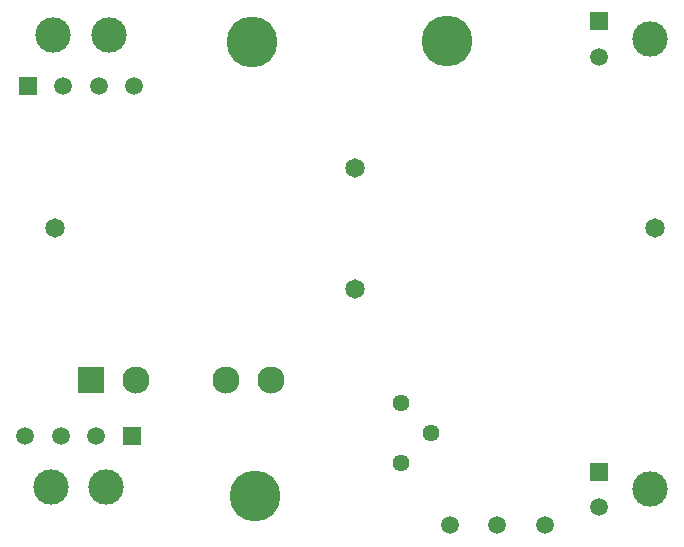
<source format=gbr>
%TF.GenerationSoftware,KiCad,Pcbnew,9.0.1-1.fc42*%
%TF.CreationDate,2025-04-27T23:47:53+08:00*%
%TF.ProjectId,discharge & time_delayforDCDC,64697363-6861-4726-9765-20262074696d,rev?*%
%TF.SameCoordinates,Original*%
%TF.FileFunction,Soldermask,Bot*%
%TF.FilePolarity,Negative*%
%FSLAX46Y46*%
G04 Gerber Fmt 4.6, Leading zero omitted, Abs format (unit mm)*
G04 Created by KiCad (PCBNEW 9.0.1-1.fc42) date 2025-04-27 23:47:53*
%MOMM*%
%LPD*%
G01*
G04 APERTURE LIST*
%ADD10C,1.650000*%
%ADD11C,3.000000*%
%ADD12R,1.520000X1.520000*%
%ADD13C,1.520000*%
%ADD14C,1.440000*%
%ADD15C,4.300000*%
%ADD16R,2.300000X2.300000*%
%ADD17C,2.300000*%
%ADD18C,1.500000*%
G04 APERTURE END LIST*
D10*
%TO.C,K1*%
X119150000Y-100400000D03*
X169950000Y-100400000D03*
X144550000Y-105500000D03*
X144550000Y-95300000D03*
%TD*%
D11*
%TO.C,J3*%
X123700000Y-84000000D03*
X119000000Y-84000000D03*
D12*
X116850000Y-88320000D03*
D13*
X119850000Y-88320000D03*
X122850000Y-88320000D03*
X125850000Y-88320000D03*
%TD*%
D14*
%TO.C,RV1*%
X148500000Y-120250000D03*
X151040000Y-117710000D03*
X148500000Y-115170000D03*
%TD*%
D15*
%TO.C,H3*%
X135825000Y-84625000D03*
%TD*%
%TO.C,H1*%
X152325000Y-84575000D03*
%TD*%
D11*
%TO.C,J1*%
X118800000Y-122320000D03*
X123500000Y-122320000D03*
D12*
X125650000Y-118000000D03*
D13*
X122650000Y-118000000D03*
X119650000Y-118000000D03*
X116650000Y-118000000D03*
%TD*%
D16*
%TO.C,MOSFET1*%
X122190000Y-113250000D03*
D17*
X126000000Y-113250000D03*
X133620000Y-113250000D03*
X137430000Y-113250000D03*
%TD*%
D18*
%TO.C,TP2*%
X160625000Y-125525000D03*
%TD*%
D11*
%TO.C,J6*%
X169574200Y-84380000D03*
D12*
X165254200Y-82880000D03*
D13*
X165254200Y-85880000D03*
%TD*%
D18*
%TO.C,TP3*%
X152625000Y-125525000D03*
%TD*%
%TO.C,TP1*%
X156625000Y-125525000D03*
%TD*%
D15*
%TO.C,H2*%
X136075000Y-123075000D03*
%TD*%
D11*
%TO.C,J5*%
X169574200Y-122500000D03*
D12*
X165254200Y-121000000D03*
D13*
X165254200Y-124000000D03*
%TD*%
M02*

</source>
